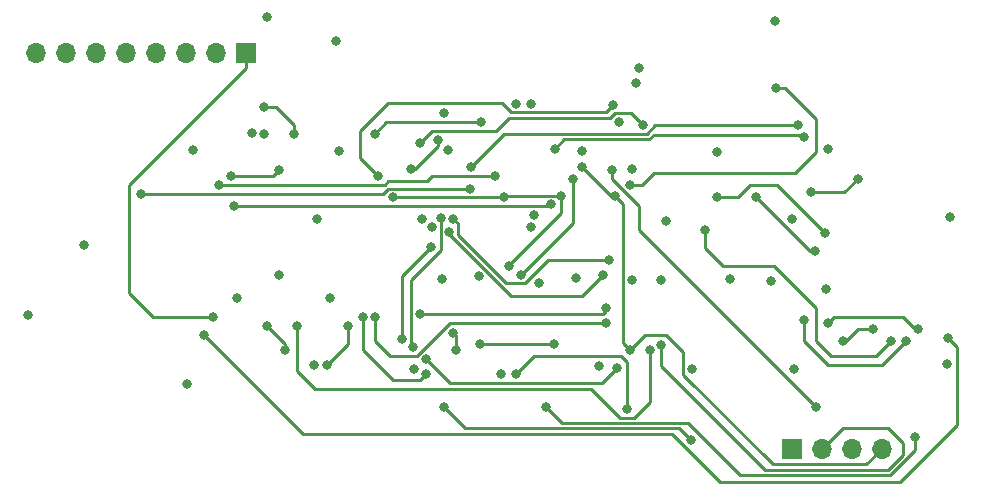
<source format=gbr>
%TF.GenerationSoftware,KiCad,Pcbnew,(5.1.10-1-10_14)*%
%TF.CreationDate,2021-12-18T11:36:21-05:00*%
%TF.ProjectId,control-unit,636f6e74-726f-46c2-9d75-6e69742e6b69,rev?*%
%TF.SameCoordinates,Original*%
%TF.FileFunction,Copper,L4,Bot*%
%TF.FilePolarity,Positive*%
%FSLAX46Y46*%
G04 Gerber Fmt 4.6, Leading zero omitted, Abs format (unit mm)*
G04 Created by KiCad (PCBNEW (5.1.10-1-10_14)) date 2021-12-18 11:36:21*
%MOMM*%
%LPD*%
G01*
G04 APERTURE LIST*
%TA.AperFunction,ComponentPad*%
%ADD10O,1.700000X1.700000*%
%TD*%
%TA.AperFunction,ComponentPad*%
%ADD11R,1.700000X1.700000*%
%TD*%
%TA.AperFunction,ViaPad*%
%ADD12C,0.800000*%
%TD*%
%TA.AperFunction,Conductor*%
%ADD13C,0.250000*%
%TD*%
G04 APERTURE END LIST*
D10*
%TO.P,J4,4*%
%TO.N,CARRY_FLAG*%
X182372000Y-116332000D03*
%TO.P,J4,3*%
%TO.N,SIGN_FLAG*%
X179832000Y-116332000D03*
%TO.P,J4,2*%
%TO.N,ZERO_FLAG*%
X177292000Y-116332000D03*
D11*
%TO.P,J4,1*%
%TO.N,OVERFLOW_FLAG*%
X174752000Y-116332000D03*
%TD*%
D10*
%TO.P,J3,8*%
%TO.N,GND*%
X110744000Y-82804000D03*
%TO.P,J3,7*%
%TO.N,VCC*%
X113284000Y-82804000D03*
%TO.P,J3,6*%
%TO.N,ADR0*%
X115824000Y-82804000D03*
%TO.P,J3,5*%
%TO.N,ADR1*%
X118364000Y-82804000D03*
%TO.P,J3,4*%
%TO.N,ADR2*%
X120904000Y-82804000D03*
%TO.P,J3,3*%
%TO.N,ADR3*%
X123444000Y-82804000D03*
%TO.P,J3,2*%
%TO.N,EN*%
X125984000Y-82804000D03*
D11*
%TO.P,J3,1*%
%TO.N,LOAD_PROGRAM_COUNTER_COND*%
X128524000Y-82804000D03*
%TD*%
D12*
%TO.N,VCC*%
X110109000Y-105029000D03*
X129048633Y-89626104D03*
X136466500Y-91117500D03*
X145677521Y-91009202D03*
X127830500Y-103563500D03*
X135704500Y-103563500D03*
X157040500Y-91117500D03*
X145116000Y-101936000D03*
X169500000Y-101936000D03*
X168393712Y-91203607D03*
X177800000Y-90932000D03*
X177640500Y-102775500D03*
X161216011Y-102071010D03*
X153339125Y-102325010D03*
X130302000Y-79756000D03*
%TO.N,GND*%
X124079000Y-91059000D03*
X130048000Y-89662000D03*
X134551500Y-96842500D03*
X143441500Y-96842500D03*
X131318000Y-101600000D03*
X156494000Y-101884000D03*
X150114000Y-109982000D03*
X158427500Y-109288500D03*
X166301500Y-109542500D03*
X174937500Y-109542500D03*
X172974000Y-102108000D03*
X174788990Y-96842500D03*
X134315118Y-109261562D03*
X142792240Y-109557609D03*
X164158248Y-97079124D03*
X188149000Y-96709000D03*
X187895000Y-109155000D03*
X163718000Y-102071010D03*
X148287507Y-101689236D03*
X152902141Y-96567264D03*
X173378500Y-80113500D03*
X136144000Y-81788000D03*
X123594500Y-110847500D03*
X114808000Y-99060000D03*
%TO.N,CARRY_FLAG*%
X139446000Y-89662000D03*
X156972000Y-92456000D03*
X159802990Y-94915205D03*
X161036000Y-107950000D03*
X148451357Y-88682990D03*
X173403500Y-85773500D03*
X161036000Y-93980000D03*
%TO.N,SIGN_FLAG*%
X144780000Y-90170000D03*
X145034000Y-96774000D03*
X142561305Y-92647769D03*
X142683650Y-107752310D03*
X159512000Y-92710000D03*
X176784000Y-112776000D03*
X145288000Y-87884000D03*
%TO.N,OVERFLOW_FLAG*%
X141753507Y-107024652D03*
X144186526Y-99283205D03*
X145288000Y-112776000D03*
X166241412Y-115629089D03*
X161539340Y-85348660D03*
X160115733Y-88699004D03*
%TO.N,ZERO_FLAG*%
X140970000Y-95032990D03*
X155207149Y-94922011D03*
X163718000Y-107584000D03*
X150810199Y-100874990D03*
X150404990Y-95032990D03*
X161798000Y-84074000D03*
X161255708Y-92675708D03*
%TO.N,Net-(U10-Pad1)*%
X177546000Y-98044000D03*
X168402000Y-94996000D03*
%TO.N,Net-(U11-Pad1)*%
X181610000Y-106172000D03*
X179070000Y-107188000D03*
%TO.N,~JS*%
X130048000Y-87376000D03*
X132588000Y-89662000D03*
%TO.N,~JNO*%
X119634000Y-94742000D03*
X147542766Y-94307980D03*
%TO.N,OR_JNS*%
X154686000Y-90932000D03*
X175768000Y-89916000D03*
%TO.N,OR_JS*%
X143256000Y-90424000D03*
X162150882Y-88943043D03*
%TO.N,OR_JNO*%
X146118500Y-96842500D03*
X159258000Y-100330000D03*
%TO.N,OR_JO*%
X145759010Y-97971421D03*
X158750000Y-101600000D03*
%TO.N,~JNB_JAE_JNC*%
X126238000Y-93980000D03*
X149636883Y-93239564D03*
%TO.N,~JB_JNAE_JC*%
X127254000Y-93218000D03*
X131318000Y-92710000D03*
%TO.N,OR_JNB_JAE_JNC*%
X147574000Y-92456000D03*
X175260000Y-88943043D03*
%TO.N,OR_JNE_JNZ*%
X152654000Y-97536000D03*
X152654012Y-87122000D03*
%TO.N,OR_JE_JZ*%
X144272000Y-97536000D03*
X151379336Y-87117344D03*
%TO.N,OR_JB_JNAE_JC*%
X139700000Y-93218000D03*
X159665080Y-87223032D03*
%TO.N,~JG_JNLE*%
X146304000Y-107950000D03*
X146079228Y-106499989D03*
%TO.N,~JA_JNBE*%
X127508000Y-95758000D03*
X154371114Y-95647021D03*
%TO.N,OR_JL_JNGE*%
X151384000Y-109982000D03*
X160781992Y-112986957D03*
%TO.N,OR_JA_JNBE*%
X167386000Y-97790000D03*
X183134000Y-107188000D03*
%TO.N,SF=OF*%
X148366000Y-107472000D03*
X154656000Y-107472000D03*
%TO.N,~JLE_JNG*%
X130302000Y-105918000D03*
X131826000Y-107950000D03*
%TO.N,OR_JGE_JNL*%
X143256000Y-104902000D03*
X159004000Y-104394000D03*
X175768000Y-105410000D03*
X184404000Y-107188000D03*
%TO.N,OR_JBE_JNA*%
X185166000Y-115316000D03*
X153924000Y-112812990D03*
%TO.N,OR_JG_JNLE*%
X139446000Y-105156000D03*
X159004000Y-105664000D03*
X177800000Y-105664000D03*
X185420000Y-106172000D03*
%TO.N,OR_JUMP*%
X124968000Y-106680000D03*
X187960000Y-106934000D03*
%TO.N,Net-(U14-Pad1)*%
X159983010Y-109489677D03*
X143793142Y-108741142D03*
%TO.N,Net-(U4-Pad8)*%
X132842000Y-105918000D03*
X162791076Y-107959281D03*
%TO.N,Net-(U4-Pad4)*%
X135382000Y-109219988D03*
X137159992Y-105918000D03*
%TO.N,Net-(U5-Pad13)*%
X156209994Y-93472000D03*
X151810211Y-101610337D03*
%TO.N,Net-(U6-Pad12)*%
X143764000Y-109982000D03*
X138430000Y-105156000D03*
%TO.N,Net-(U10-Pad13)*%
X180340000Y-93472000D03*
X176400953Y-94625094D03*
%TO.N,Net-(U11-Pad13)*%
X171704000Y-94996000D03*
X176760428Y-99600891D03*
%TO.N,LOAD_PROGRAM_COUNTER_COND*%
X125730000Y-105156000D03*
%TD*%
D13*
%TO.N,CARRY_FLAG*%
X156972000Y-92456000D02*
X159431205Y-94915205D01*
X159431205Y-94915205D02*
X159802990Y-94915205D01*
X173160400Y-117659989D02*
X181044011Y-117659989D01*
X161036000Y-107950000D02*
X162306000Y-106680000D01*
X181044011Y-117659989D02*
X182372000Y-116332000D01*
X164084000Y-106680000D02*
X165550009Y-108146009D01*
X165550009Y-108146009D02*
X165550009Y-110049598D01*
X162306000Y-106680000D02*
X164084000Y-106680000D01*
X165550009Y-110049598D02*
X173160400Y-117659989D01*
X139446000Y-89662000D02*
X140425010Y-88682990D01*
X140425010Y-88682990D02*
X148451357Y-88682990D01*
X160636001Y-107550001D02*
X161036000Y-107950000D01*
X160491001Y-107405001D02*
X160636001Y-107550001D01*
X160491001Y-95603216D02*
X160491001Y-107405001D01*
X159802990Y-94915205D02*
X160491001Y-95603216D01*
X173403500Y-85773500D02*
X174165500Y-85773500D01*
X174165500Y-85773500D02*
X176784000Y-88392000D01*
X176784000Y-88392000D02*
X176784000Y-91186000D01*
X176784000Y-91186000D02*
X175006000Y-92964000D01*
X175006000Y-92964000D02*
X163068000Y-92964000D01*
X163068000Y-92964000D02*
X162052000Y-93980000D01*
X162052000Y-93980000D02*
X161036000Y-93980000D01*
%TO.N,SIGN_FLAG*%
X144780000Y-90735685D02*
X142867916Y-92647769D01*
X142867916Y-92647769D02*
X142561305Y-92647769D01*
X144780000Y-90170000D02*
X144780000Y-90735685D01*
X142530999Y-102010746D02*
X142530999Y-107599659D01*
X145034000Y-99507745D02*
X142530999Y-102010746D01*
X142530999Y-107599659D02*
X142683650Y-107752310D01*
X145034000Y-96774000D02*
X145034000Y-99507745D01*
X159512000Y-92710000D02*
X159512000Y-93529002D01*
X159512000Y-93529002D02*
X161798000Y-95815002D01*
X161798000Y-95815002D02*
X161798000Y-97790000D01*
X161798000Y-97790000D02*
X176784000Y-112776000D01*
%TO.N,OVERFLOW_FLAG*%
X141753507Y-107024652D02*
X141753507Y-101716224D01*
X141753507Y-101716224D02*
X144186526Y-99283205D01*
X145288000Y-112776000D02*
X147123989Y-114611989D01*
X147123989Y-114611989D02*
X165224312Y-114611989D01*
X165224312Y-114611989D02*
X166241412Y-115629089D01*
%TO.N,ZERO_FLAG*%
X163718000Y-107584000D02*
X163718000Y-109362000D01*
X163718000Y-109362000D02*
X172466000Y-118110000D01*
X172466000Y-118110000D02*
X182880000Y-118110000D01*
X182880000Y-118110000D02*
X184150000Y-116840000D01*
X184150000Y-116840000D02*
X184150000Y-115824000D01*
X184150000Y-115824000D02*
X182880000Y-114554000D01*
X179070000Y-114554000D02*
X177292000Y-116332000D01*
X182880000Y-114554000D02*
X179070000Y-114554000D01*
X155207149Y-94922011D02*
X155207149Y-96405048D01*
X155207149Y-96405048D02*
X150810199Y-100801998D01*
X150810199Y-100801998D02*
X150810199Y-100874990D01*
X150515969Y-94922011D02*
X150404990Y-95032990D01*
X155207149Y-94922011D02*
X150515969Y-94922011D01*
X140970000Y-95032990D02*
X149839305Y-95032990D01*
X149839305Y-95032990D02*
X150404990Y-95032990D01*
%TO.N,Net-(U10-Pad1)*%
X177546000Y-98044000D02*
X173482000Y-93980000D01*
X173482000Y-93980000D02*
X171196000Y-93980000D01*
X171196000Y-93980000D02*
X170180000Y-94996000D01*
X170180000Y-94996000D02*
X168402000Y-94996000D01*
%TO.N,Net-(U11-Pad1)*%
X181610000Y-106172000D02*
X180340000Y-106172000D01*
X179324000Y-107188000D02*
X179070000Y-107188000D01*
X180340000Y-106172000D02*
X179324000Y-107188000D01*
%TO.N,~JS*%
X130048000Y-87376000D02*
X131064000Y-87376000D01*
X131064000Y-87376000D02*
X132588000Y-88900000D01*
X132588000Y-88900000D02*
X132588000Y-89662000D01*
%TO.N,~JNO*%
X140622008Y-94307980D02*
X147542766Y-94307980D01*
X140187988Y-94742000D02*
X140622008Y-94307980D01*
X119634000Y-94742000D02*
X140187988Y-94742000D01*
%TO.N,OR_JNS*%
X163076175Y-89727163D02*
X175579163Y-89727163D01*
X162685283Y-90118055D02*
X163076175Y-89727163D01*
X175579163Y-89727163D02*
X175768000Y-89916000D01*
X155499945Y-90118055D02*
X162685283Y-90118055D01*
X154686000Y-90932000D02*
X155499945Y-90118055D01*
%TO.N,OR_JS*%
X144272000Y-89408000D02*
X149738611Y-89408000D01*
X150849595Y-88297017D02*
X159410097Y-88297017D01*
X143256000Y-90424000D02*
X144272000Y-89408000D01*
X159759081Y-87948033D02*
X161155872Y-87948033D01*
X149738611Y-89408000D02*
X150849595Y-88297017D01*
X159410097Y-88297017D02*
X159759081Y-87948033D01*
X161155872Y-87948033D02*
X162150882Y-88943043D01*
%TO.N,OR_JNO*%
X159258000Y-100330000D02*
X154163552Y-100330000D01*
X154163552Y-100330000D02*
X152158213Y-102335339D01*
X152158213Y-102335339D02*
X150595339Y-102335339D01*
X150595339Y-102335339D02*
X146518499Y-98258499D01*
X146518499Y-97242499D02*
X146118500Y-96842500D01*
X146518499Y-98258499D02*
X146518499Y-97242499D01*
%TO.N,OR_JO*%
X145759010Y-97971421D02*
X145759010Y-98135421D01*
X156972000Y-103378000D02*
X158750000Y-101600000D01*
X145759010Y-98135421D02*
X151001589Y-103378000D01*
X151001589Y-103378000D02*
X156972000Y-103378000D01*
%TO.N,~JNB_JAE_JNC*%
X126238000Y-93980000D02*
X140313577Y-93980000D01*
X143858001Y-93689001D02*
X144307438Y-93239564D01*
X144307438Y-93239564D02*
X149071198Y-93239564D01*
X140313577Y-93980000D02*
X140604576Y-93689001D01*
X149071198Y-93239564D02*
X149636883Y-93239564D01*
X140604576Y-93689001D02*
X143858001Y-93689001D01*
%TO.N,~JB_JNAE_JC*%
X127254000Y-93218000D02*
X130810000Y-93218000D01*
X130810000Y-93218000D02*
X131318000Y-92710000D01*
%TO.N,OR_JNB_JAE_JNC*%
X150361956Y-89668044D02*
X162491397Y-89668044D01*
X147574000Y-92456000D02*
X150361956Y-89668044D01*
X162491397Y-89668044D02*
X163216398Y-88943043D01*
X163216398Y-88943043D02*
X175260000Y-88943043D01*
%TO.N,OR_JB_JNAE_JC*%
X150222215Y-87033221D02*
X151035999Y-87847009D01*
X151035999Y-87847009D02*
X159041103Y-87847009D01*
X138176000Y-91694000D02*
X138176000Y-89408000D01*
X138176000Y-89408000D02*
X140550779Y-87033221D01*
X140550779Y-87033221D02*
X150222215Y-87033221D01*
X159041103Y-87847009D02*
X159665080Y-87223032D01*
X139700000Y-93218000D02*
X138176000Y-91694000D01*
%TO.N,~JG_JNLE*%
X146304000Y-106724761D02*
X146079228Y-106499989D01*
X146304000Y-107950000D02*
X146304000Y-106724761D01*
%TO.N,~JA_JNBE*%
X154260135Y-95758000D02*
X154371114Y-95647021D01*
X127508000Y-95758000D02*
X154260135Y-95758000D01*
%TO.N,OR_JL_JNGE*%
X160274000Y-108458000D02*
X160781992Y-108965992D01*
X151384000Y-109982000D02*
X152908000Y-108458000D01*
X152908000Y-108458000D02*
X160274000Y-108458000D01*
X160781992Y-108965992D02*
X160781992Y-112986957D01*
%TO.N,OR_JA_JNBE*%
X167386000Y-97790000D02*
X167386000Y-99314000D01*
X167386000Y-99314000D02*
X168910000Y-100838000D01*
X168910000Y-100838000D02*
X173228000Y-100838000D01*
X173228000Y-100838000D02*
X176784000Y-104394000D01*
X176784000Y-104394000D02*
X176784000Y-107188000D01*
X176784000Y-107188000D02*
X178054000Y-108458000D01*
X178054000Y-108458000D02*
X181864000Y-108458000D01*
X181864000Y-108458000D02*
X183134000Y-107188000D01*
%TO.N,SF=OF*%
X148366000Y-107472000D02*
X154656000Y-107472000D01*
%TO.N,~JLE_JNG*%
X130302000Y-105918000D02*
X131826000Y-107442000D01*
X131826000Y-107442000D02*
X131826000Y-107950000D01*
%TO.N,OR_JGE_JNL*%
X143256000Y-104902000D02*
X158750000Y-104902000D01*
X158750000Y-104902000D02*
X159004000Y-104648000D01*
X159004000Y-104648000D02*
X159004000Y-104394000D01*
X182372000Y-109220000D02*
X184404000Y-107188000D01*
X177800000Y-109220000D02*
X182372000Y-109220000D01*
X175768000Y-107188000D02*
X177800000Y-109220000D01*
X175768000Y-105410000D02*
X175768000Y-107188000D01*
%TO.N,OR_JBE_JNA*%
X155272988Y-114161978D02*
X153924000Y-112812990D01*
X165977978Y-114161978D02*
X155272988Y-114161978D01*
X185166000Y-115316000D02*
X185166000Y-116460411D01*
X170376011Y-118560011D02*
X165977978Y-114161978D01*
X183066400Y-118560011D02*
X170376011Y-118560011D01*
X185166000Y-116460411D02*
X183066400Y-118560011D01*
%TO.N,OR_JG_JNLE*%
X177800000Y-105664000D02*
X178308000Y-105156000D01*
X178308000Y-105156000D02*
X184150000Y-105156000D01*
X185166000Y-106172000D02*
X185420000Y-106172000D01*
X184150000Y-105156000D02*
X185166000Y-106172000D01*
X139446000Y-105156000D02*
X139446000Y-107188000D01*
X140735312Y-108477312D02*
X143031652Y-108477312D01*
X145844964Y-105664000D02*
X159004000Y-105664000D01*
X139446000Y-107188000D02*
X140735312Y-108477312D01*
X143031652Y-108477312D02*
X145844964Y-105664000D01*
%TO.N,OR_JUMP*%
X183896000Y-119126000D02*
X188722000Y-114300000D01*
X164649004Y-115062000D02*
X168713004Y-119126000D01*
X133350000Y-115062000D02*
X164649004Y-115062000D01*
X188722000Y-107696000D02*
X187960000Y-106934000D01*
X168713004Y-119126000D02*
X183896000Y-119126000D01*
X188722000Y-114300000D02*
X188722000Y-107696000D01*
X124968000Y-106680000D02*
X133350000Y-115062000D01*
%TO.N,Net-(U14-Pad1)*%
X145796000Y-110744000D02*
X143793142Y-108741142D01*
X158728687Y-110744000D02*
X145796000Y-110744000D01*
X159983010Y-109489677D02*
X158728687Y-110744000D01*
%TO.N,Net-(U4-Pad8)*%
X162791076Y-108524966D02*
X162791076Y-107959281D01*
X157736822Y-111252000D02*
X160196788Y-113711967D01*
X160196788Y-113711967D02*
X161427037Y-113711967D01*
X132842000Y-109728000D02*
X134366000Y-111252000D01*
X162791076Y-112347928D02*
X162791076Y-108524966D01*
X132842000Y-105918000D02*
X132842000Y-109728000D01*
X161427037Y-113711967D02*
X162791076Y-112347928D01*
X134366000Y-111252000D02*
X157736822Y-111252000D01*
%TO.N,Net-(U4-Pad4)*%
X137159992Y-107441996D02*
X137159992Y-105918000D01*
X135382000Y-109219988D02*
X137159992Y-107441996D01*
%TO.N,Net-(U5-Pad13)*%
X156209994Y-93472000D02*
X156209994Y-97210554D01*
X156209994Y-97210554D02*
X151810211Y-101610337D01*
%TO.N,Net-(U6-Pad12)*%
X138430000Y-107950000D02*
X138430000Y-105156000D01*
X140970000Y-110490000D02*
X138430000Y-107950000D01*
X143764000Y-109982000D02*
X143256000Y-110490000D01*
X143256000Y-110490000D02*
X140970000Y-110490000D01*
%TO.N,Net-(U10-Pad13)*%
X180340000Y-93472000D02*
X179186906Y-94625094D01*
X179186906Y-94625094D02*
X176400953Y-94625094D01*
%TO.N,Net-(U11-Pad13)*%
X176308891Y-99600891D02*
X176760428Y-99600891D01*
X171704000Y-94996000D02*
X176308891Y-99600891D01*
%TO.N,LOAD_PROGRAM_COUNTER_COND*%
X128524000Y-84074000D02*
X128524000Y-82804000D01*
X118618000Y-93980000D02*
X128524000Y-84074000D01*
X118618000Y-103124000D02*
X118618000Y-93980000D01*
X120650000Y-105156000D02*
X118618000Y-103124000D01*
X125730000Y-105156000D02*
X120650000Y-105156000D01*
%TD*%
M02*

</source>
